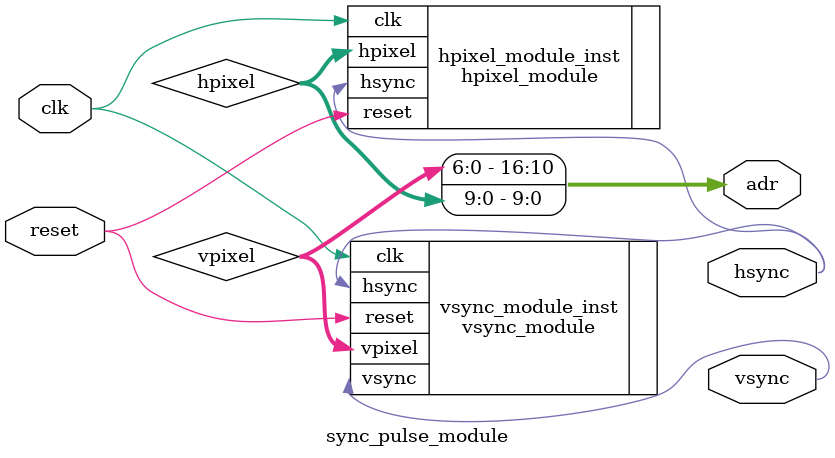
<source format=v>
`timescale 1ns / 1ps

module sync_pulse_module(
    input clk,
    input reset,
    output [16:0] adr,
    output hsync,
    output vsync);

    wire [9:0] hpixel;
    wire [6:0] vpixel;

    assign adr = {vpixel, hpixel};

    hpixel_module hpixel_module_inst (.clk(clk), .reset(reset), .hsync(hsync), .hpixel(hpixel));
    vsync_module vsync_module_inst (.clk(clk), .reset(reset), .hsync(hsync), .vsync(vsync), .vpixel(vpixel));
endmodule

</source>
